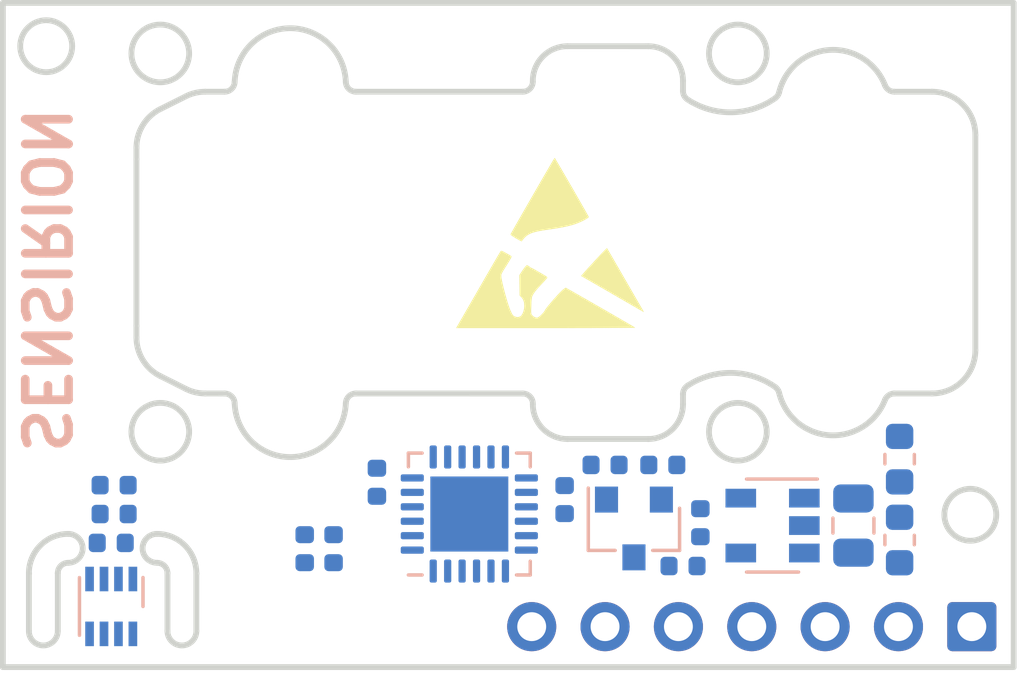
<source format=kicad_pcb>
(kicad_pcb (version 20201116) (generator pcbnew)
  (title_block (title "SCD30 3d Model") (date "2020-12-25") (rev "r1.0"))
  (layers (0 "F.Cu" signal) (1 "In1.Cu" power) (2 "In2.Cu" signal) (31 "B.Cu" signal) (34 "B.Paste" user) (35 "F.Paste" user) (36 "B.SilkS" user "B.Silkscreen") (37 "F.SilkS" user "F.Silkscreen") (38 "B.Mask" user) (39 "F.Mask" user) (44 "Edge.Cuts" user))
  (net 0 "")
  (footprint "Symbol:ESD-Logo_6.6x6mm_SilkScreen" (layer "F.Cu") (at 179 96.3)
    (fp_text reference "REF**" hide)
    (fp_text value "ESD-Logo_6.6x6mm_SilkScreen" hide)
    (fp_poly (pts (xy 0.164043 -2.914165) (xy 0.187065 -2.876755) (xy 0.222534 -2.817486) (xy 0.268996 -2.738882) (xy 0.324996 -2.643462) (xy 0.389081 -2.53375) (xy 0.459796 -2.412266) (xy 0.535687 -2.281532) (xy 0.615299 -2.14407) (xy 0.697178 -2.002402) (xy 0.77987 -1.859049) (xy 0.861921 -1.716533) (xy 0.941876 -1.577376) (xy 1.018281 -1.444099) (xy 1.089682 -1.319224) (xy 1.154624 -1.205273) (xy 1.211653 -1.104767) (xy 1.259315 -1.020228) (xy 1.296155 -0.954178) (xy 1.32072 -0.909138) (xy 1.331554 -0.88763) (xy 1.331951 -0.886286) (xy 1.318501 -0.868035) (xy 1.281114 -0.840118) (xy 1.224235 -0.805275) (xy 1.152312 -0.766246) (xy 1.077015 -0.729157) (xy 0.97456 -0.684183) (xy 0.866817 -0.643774) (xy 0.750073 -0.607031) (xy 0.620618 -0.573058) (xy 0.47474 -0.540956) (xy 0.308726 -0.509827) (xy 0.118866 -0.478773) (xy -0.077531 -0.449855) (xy -0.248166 -0.4242) (xy -0.391455 -0.398802) (xy -0.510992 -0.372398) (xy -0.61037 -0.343727) (xy -0.693182 -0.311527) (xy -0.763022 -0.274535) (xy -0.823482 -0.231488) (xy -0.878155 -0.181125) (xy -0.895786 -0.162417) (xy -0.934 -0.118861) (xy -0.962268 -0.083318) (xy -0.975382 -0.062417) (xy -0.975732 -0.060703) (xy -0.98032 -0.050194) (xy -0.996242 -0.050076) (xy -1.026734 -0.061746) (xy -1.075032 -0.086604) (xy -1.144373 -0.126048) (xy -1.192561 -0.154413) (xy -1.264417 -0.198753) (xy -1.320258 -0.236721) (xy -1.356333 -0.265584) (xy -1.368887 -0.282612) (xy -1.368879 -0.282736) (xy -1.361094 -0.298963) (xy -1.339108 -0.3396) (xy -1.304197 -0.402433) (xy -1.257637 -0.485248) (xy -1.200705 -0.585828) (xy -1.134677 -0.70196) (xy -1.060828 -0.831429) (xy -0.980436 -0.97202) (xy -0.894776 -1.121518) (xy -0.805124 -1.277708) (xy -0.712757 -1.438376) (xy -0.618951 -1.601307) (xy -0.524982 -1.764287) (xy -0.432126 -1.9251) (xy -0.34166 -2.081532) (xy -0.254859 -2.231367) (xy -0.173 -2.372392) (xy -0.097359 -2.502391) (xy -0.029213 -2.619151) (xy 0.030163 -2.720455) (xy 0.079493 -2.804089) (xy 0.1175 -2.867838) (xy 0.142907 -2.909489) (xy 0.15444 -2.926825) (xy 0.154923 -2.927195) (xy 0.164043 -2.914165)) (layer "F.SilkS") (width 0.01) (fill solid))
    (fp_poly (pts (xy -1.677906 0.291158) (xy -1.645381 0.303736) (xy -1.595807 0.328712) (xy -1.524626 0.367876) (xy -1.519084 0.370988) (xy -1.453526 0.408476) (xy -1.398202 0.441319) (xy -1.358545 0.466205) (xy -1.339988 0.47982) (xy -1.339469 0.480487) (xy -1.343952 0.49939) (xy -1.364514 0.541605) (xy -1.399817 0.604832) (xy -1.44852 0.686772) (xy -1.509282 0.785122) (xy -1.580764 0.897585) (xy -1.598555 0.925165) (xy -1.644907 1.001699) (xy -1.678658 1.067556) (xy -1.696847 1.116782) (xy -1.698714 1.126507) (xy -1.697885 1.169312) (xy -1.688606 1.237209) (xy -1.672032 1.325843) (xy -1.64932 1.430859) (xy -1.621627 1.547902) (xy -1.59011 1.672616) (xy -1.555925 1.800645) (xy -1.520229 1.927634) (xy -1.484179 2.049228) (xy -1.448932 2.161072) (xy -1.415644 2.25881) (xy -1.385472 2.338087) (xy -1.364439 2.385122) (xy -1.339663 2.435225) (xy -1.31627 2.483168) (xy -1.315003 2.485793) (xy -1.276301 2.53422) (xy -1.219816 2.566828) (xy -1.154061 2.582454) (xy -1.087549 2.579937) (xy -1.028795 2.558114) (xy -0.995742 2.529382) (xy -0.948141 2.450583) (xy -0.913261 2.352378) (xy -0.894123 2.244779) (xy -0.891412 2.18378) (xy -0.90233 2.069935) (xy -0.934376 1.97566) (xy -0.989274 1.896379) (xy -1.006393 1.878733) (xy -1.057339 1.829235) (xy -1.060837 1.479362) (xy -1.064336 1.129489) (xy -0.975182 0.994531) (xy -0.933346 0.933445) (xy -0.893055 0.878493) (xy -0.860057 0.837336) (xy -0.845874 0.822192) (xy -0.805719 0.78481) (xy -0.751335 0.814098) (xy -0.716961 0.835084) (xy -0.698154 0.851378) (xy -0.696951 0.854307) (xy -0.684097 0.866728) (xy -0.662104 0.875977) (xy -0.64085 0.884313) (xy -0.608306 0.900149) (xy -0.561678 0.925033) (xy -0.498171 0.960509) (xy -0.414992 1.008123) (xy -0.309347 1.069422) (xy -0.251938 1.102932) (xy -0.184406 1.143071) (xy -0.140115 1.171659) (xy -0.115145 1.192039) (xy -0.105577 1.207553) (xy -0.107492 1.221546) (xy -0.109089 1.224796) (xy -0.124624 1.245266) (xy -0.157864 1.283665) (xy -0.204938 1.335696) (xy -0.261972 1.397066) (xy -0.3113 1.44909) (xy -0.42497 1.572567) (xy -0.513895 1.679591) (xy -0.578866 1.77124) (xy -0.620679 1.848588) (xy -0.634783 1.887866) (xy -0.640608 1.922249) (xy -0.646625 1.980899) (xy -0.652304 2.057117) (xy -0.657116 2.144202) (xy -0.659381 2.199268) (xy -0.662541 2.294464) (xy -0.663931 2.364062) (xy -0.663142 2.413409) (xy -0.659765 2.447854) (xy -0.653392 2.472743) (xy -0.643613 2.493425) (xy -0.635933 2.506053) (xy -0.591579 2.554726) (xy -0.534426 2.588645) (xy -0.474292 2.603438) (xy -0.429227 2.598086) (xy -0.388424 2.57493) (xy -0.337276 2.533462) (xy -0.282958 2.480912) (xy -0.232643 2.424516) (xy -0.193506 2.371505) (xy -0.179095 2.345889) (xy -0.157509 2.310814) (xy -0.118247 2.257389) (xy -0.064898 2.189789) (xy -0.001048 2.11219) (xy 0.069715 2.028768) (xy 0.143804 1.943698) (xy 0.217632 1.861155) (xy 0.287611 1.785316) (xy 0.350155 1.720356) (xy 0.39926 1.672669) (xy 0.453779 1.625032) (xy 0.499642 1.589908) (xy 0.531811 1.570949) (xy 0.542489 1.568864) (xy 0.558853 1.577274) (xy 0.599671 1.599846) (xy 0.662586 1.635224) (xy 0.745244 1.682054) (xy 0.845289 1.738981) (xy 0.960366 1.804649) (xy 1.088119 1.877703) (xy 1.226194 1.956788) (xy 1.372234 2.040548) (xy 1.523884 2.127629) (xy 1.67879 2.216676) (xy 1.834595 2.306332) (xy 1.988944 2.395243) (xy 2.139482 2.482054) (xy 2.283854 2.565409) (xy 2.419704 2.643954) (xy 2.544677 2.716333) (xy 2.656417 2.78119) (xy 2.75257 2.837171) (xy 2.830779 2.88292) (xy 2.888689 2.917083) (xy 2.923946 2.938304) (xy 2.934165 2.944963) (xy 2.920402 2.94628) (xy 2.877104 2.947559) (xy 2.805714 2.948796) (xy 2.707673 2.949983) (xy 2.584422 2.951115) (xy 2.437403 2.952186) (xy 2.268057 2.953189) (xy 2.077826 2.954119) (xy 1.868151 2.954968) (xy 1.640473 2.955732) (xy 1.396235 2.956403) (xy 1.136877 2.956976) (xy 0.863841 2.957444) (xy 0.578568 2.957802) (xy 0.2825 2.958042) (xy -0.022921 2.958159) (xy -0.151076 2.958171) (xy -3.25103 2.958171) (xy -3.029947 2.574847) (xy -2.983144 2.49368) (xy -2.922898 2.389166) (xy -2.851222 2.264801) (xy -2.770131 2.124082) (xy -2.681638 1.970503) (xy -2.58776 1.807562) (xy -2.490509 1.638754) (xy -2.3919 1.467575) (xy -2.293947 1.297521) (xy -2.269175 1.254512) (xy -2.178848 1.097857) (xy -2.092711 0.948803) (xy -2.012058 0.809568) (xy -1.938184 0.682371) (xy -1.872383 0.569432) (xy -1.81595 0.472968) (xy -1.770179 0.3952) (xy -1.736365 0.338346) (xy -1.715802 0.304625) (xy -1.710047 0.29604) (xy -1.697942 0.289189) (xy -1.677906 0.291158)) (layer "F.SilkS") (width 0.01) (fill solid))
    (fp_poly (pts (xy 1.987528 0.234619) (xy 1.998908 0.253693) (xy 2.024488 0.297421) (xy 2.063002 0.363619) (xy 2.113186 0.450102) (xy 2.173775 0.554685) (xy 2.243503 0.675183) (xy 2.321107 0.809412) (xy 2.40532 0.955187) (xy 2.494879 1.110323) (xy 2.586998 1.27) (xy 2.681076 1.433117) (xy 2.771402 1.589709) (xy 2.856665 1.737506) (xy 2.935557 1.87424) (xy 3.006769 1.997642) (xy 3.068991 2.105444) (xy 3.120913 2.195377) (xy 3.161228 2.265173) (xy 3.188624 2.312564) (xy 3.201507 2.334786) (xy 3.222507 2.37233) (xy 3.233925 2.395831) (xy 3.234551 2.39992) (xy 3.220636 2.392242) (xy 3.181941 2.370203) (xy 3.120487 2.334971) (xy 3.038298 2.287711) (xy 2.937396 2.229589) (xy 2.819805 2.161771) (xy 2.687546 2.085424) (xy 2.542642 2.001714) (xy 2.387117 1.911806) (xy 2.222992 1.816867) (xy 2.160549 1.780732) (xy 1.993487 1.684083) (xy 1.834074 1.591938) (xy 1.684355 1.505475) (xy 1.546376 1.425871) (xy 1.422185 1.354305) (xy 1.313827 1.291955) (xy 1.223348 1.239998) (xy 1.152796 1.199613) (xy 1.104215 1.171978) (xy 1.079654 1.158272) (xy 1.077085 1.156974) (xy 1.084569 1.14522) (xy 1.110614 1.113795) (xy 1.152559 1.065594) (xy 1.207746 1.00351) (xy 1.273517 0.930439) (xy 1.347212 0.849276) (xy 1.426173 0.762916) (xy 1.50774 0.674253) (xy 1.589254 0.586182) (xy 1.668057 0.501599) (xy 1.74149 0.423397) (xy 1.806893 0.354472) (xy 1.861608 0.297719) (xy 1.902977 0.256032) (xy 1.917164 0.242363) (xy 1.96418 0.198201) (xy 1.987528 0.234619)) (layer "F.SilkS") (width 0.01) (fill solid))
  )
  (footprint "Connector_PinSocket_2.54mm:PinSocket_1x07_P2.54mm_Vertical" (layer "F.Cu") (at 193.6 109.6 -90)
    (fp_text reference "REF**" hide)
    (fp_text value "PinSocket_1x07_P2.54mm_Vertical" hide)
    (pad "1" thru_hole roundrect (at 0 0 270) (size 1.7 1.7) (drill 1) (layers *.Cu *.Mask) (roundrect_rratio 0.1))
    (pad "2" thru_hole oval (at 0 2.54 270) (size 1.7 1.7) (drill 1) (layers *.Cu *.Mask))
    (pad "3" thru_hole oval (at 0 5.08 270) (size 1.7 1.7) (drill 1) (layers *.Cu *.Mask))
    (pad "4" thru_hole oval (at 0 7.62 270) (size 1.7 1.7) (drill 1) (layers *.Cu *.Mask))
    (pad "5" thru_hole oval (at 0 10.16 270) (size 1.7 1.7) (drill 1) (layers *.Cu *.Mask))
    (pad "6" thru_hole oval (at 0 12.7 270) (size 1.7 1.7) (drill 1) (layers *.Cu *.Mask))
    (pad "7" thru_hole oval (at 0 15.24 270) (size 1.7 1.7) (drill 1) (layers *.Cu *.Mask))
  )
  (footprint "Resistor_SMD:R_0402_1005Metric" (layer "B.Cu") (at 170.5 106.9 -90)
    (fp_text reference "REF**" hide)
    (fp_text value "R_0402_1005Metric" hide)
    (pad "1" smd roundrect (at -0.485 0 270) (size 0.59 0.64) (layers "B.Cu" "B.Paste" "B.Mask"))
    (pad "2" smd roundrect (at 0.485 0 270) (size 0.59 0.64) (layers "B.Cu" "B.Paste" "B.Mask"))
  )
  (footprint "Capacitor_SMD:C_0402_1005Metric" (layer "B.Cu") (at 184.2 106 -90)
    (fp_text reference "REF**" hide)
    (fp_text value "C_0402_1005Metric" hide)
    (pad "1" smd roundrect (at -0.485 0 270) (size 0.59 0.64) (layers "B.Cu" "B.Paste" "B.Mask"))
    (pad "2" smd roundrect (at 0.485 0 270) (size 0.59 0.64) (layers "B.Cu" "B.Paste" "B.Mask"))
  )
  (footprint "Capacitor_SMD:C_0402_1005Metric" (layer "B.Cu") (at 163.8 106.7 180)
    (fp_text reference "REF**" hide)
    (fp_text value "C_0402_1005Metric" hide)
    (pad "1" smd roundrect (at -0.485 0 180) (size 0.59 0.64) (layers "B.Cu" "B.Paste" "B.Mask"))
    (pad "2" smd roundrect (at 0.485 0 180) (size 0.59 0.64) (layers "B.Cu" "B.Paste" "B.Mask"))
  )
  (footprint "Capacitor_SMD:C_0805_2012Metric" (layer "B.Cu") (at 189.5 106.1 -90)
    (fp_text reference "REF**" hide)
    (fp_text value "C_0805_2012Metric" hide)
    (fp_line (start -0.258578 -0.71) (end 0.258578 -0.71) (layer "B.SilkS") (width 0.12))
    (fp_line (start -0.258578 0.71) (end 0.258578 0.71) (layer "B.SilkS") (width 0.12))
    (pad "1" smd roundrect (at -0.9375 0 270) (size 0.975 1.4) (layers "B.Cu" "B.Paste" "B.Mask"))
    (pad "2" smd roundrect (at 0.9375 0 270) (size 0.975 1.4) (layers "B.Cu" "B.Paste" "B.Mask"))
  )
  (footprint "Capacitor_SMD:C_0402_1005Metric" (layer "B.Cu") (at 179.5 105.2 -90)
    (fp_text reference "REF**" hide)
    (fp_text value "C_0402_1005Metric" hide)
    (pad "1" smd roundrect (at -0.485 0 270) (size 0.59 0.64) (layers "B.Cu" "B.Paste" "B.Mask"))
    (pad "2" smd roundrect (at 0.485 0 270) (size 0.59 0.64) (layers "B.Cu" "B.Paste" "B.Mask"))
  )
  (footprint "Capacitor_SMD:C_0402_1005Metric" (layer "B.Cu") (at 163.9 105.7 180)
    (fp_text reference "REF**" hide)
    (fp_text value "C_0402_1005Metric" hide)
    (pad "1" smd roundrect (at -0.485 0 180) (size 0.59 0.64) (layers "B.Cu" "B.Paste" "B.Mask"))
    (pad "2" smd roundrect (at 0.485 0 180) (size 0.59 0.64) (layers "B.Cu" "B.Paste" "B.Mask"))
  )
  (footprint "Package_DFN_QFN:QFN-24-1EP_4x4mm_P0.5mm_EP2.7x2.6mm" (layer "B.Cu") (at 176.2 105.7)
    (fp_text reference "REF**" hide)
    (fp_text value "QFN-24-1EP_4x4mm_P0.5mm_EP2.7x2.6mm" hide)
    (fp_line (start 2.11 2.11) (end 2.11 1.635) (layer "B.SilkS") (width 0.12))
    (fp_line (start -1.635 -2.11) (end -2.11 -2.11) (layer "B.SilkS") (width 0.12))
    (fp_line (start 1.635 -2.11) (end 2.11 -2.11) (layer "B.SilkS") (width 0.12))
    (fp_line (start -2.11 -2.11) (end -2.11 -1.635) (layer "B.SilkS") (width 0.12))
    (fp_line (start -1.635 2.11) (end -2.11 2.11) (layer "B.SilkS") (width 0.12))
    (fp_line (start 1.635 2.11) (end 2.11 2.11) (layer "B.SilkS") (width 0.12))
    (fp_line (start 2.11 -2.11) (end 2.11 -1.635) (layer "B.SilkS") (width 0.12))
    (pad "1" smd roundrect (at -1.975 1.25) (size 0.8 0.25) (layers "B.Cu" "B.Paste" "B.Mask"))
    (pad "2" smd roundrect (at -1.975 0.75) (size 0.8 0.25) (layers "B.Cu" "B.Paste" "B.Mask"))
    (pad "3" smd roundrect (at -1.975 0.25) (size 0.8 0.25) (layers "B.Cu" "B.Paste" "B.Mask"))
    (pad "4" smd roundrect (at -1.975 -0.25) (size 0.8 0.25) (layers "B.Cu" "B.Paste" "B.Mask"))
    (pad "5" smd roundrect (at -1.975 -0.75) (size 0.8 0.25) (layers "B.Cu" "B.Paste" "B.Mask"))
    (pad "6" smd roundrect (at -1.975 -1.25) (size 0.8 0.25) (layers "B.Cu" "B.Paste" "B.Mask"))
    (pad "7" smd roundrect (at -1.25 -1.975) (size 0.25 0.8) (layers "B.Cu" "B.Paste" "B.Mask"))
    (pad "8" smd roundrect (at -0.75 -1.975) (size 0.25 0.8) (layers "B.Cu" "B.Paste" "B.Mask"))
    (pad "9" smd roundrect (at -0.25 -1.975) (size 0.25 0.8) (layers "B.Cu" "B.Paste" "B.Mask"))
    (pad "10" smd roundrect (at 0.25 -1.975) (size 0.25 0.8) (layers "B.Cu" "B.Paste" "B.Mask"))
    (pad "11" smd roundrect (at 0.75 -1.975) (size 0.25 0.8) (layers "B.Cu" "B.Paste" "B.Mask"))
    (pad "12" smd roundrect (at 1.25 -1.975) (size 0.25 0.8) (layers "B.Cu" "B.Paste" "B.Mask"))
    (pad "13" smd roundrect (at 1.975 -1.25) (size 0.8 0.25) (layers "B.Cu" "B.Paste" "B.Mask"))
    (pad "14" smd roundrect (at 1.975 -0.75) (size 0.8 0.25) (layers "B.Cu" "B.Paste" "B.Mask"))
    (pad "15" smd roundrect (at 1.975 -0.25) (size 0.8 0.25) (layers "B.Cu" "B.Paste" "B.Mask"))
    (pad "16" smd roundrect (at 1.975 0.25) (size 0.8 0.25) (layers "B.Cu" "B.Paste" "B.Mask"))
    (pad "17" smd roundrect (at 1.975 0.75) (size 0.8 0.25) (layers "B.Cu" "B.Paste" "B.Mask"))
    (pad "18" smd roundrect (at 1.975 1.25) (size 0.8 0.25) (layers "B.Cu" "B.Paste" "B.Mask"))
    (pad "19" smd roundrect (at 1.25 1.975) (size 0.25 0.8) (layers "B.Cu" "B.Paste" "B.Mask"))
    (pad "20" smd roundrect (at 0.75 1.975) (size 0.25 0.8) (layers "B.Cu" "B.Paste" "B.Mask"))
    (pad "21" smd roundrect (at 0.25 1.975) (size 0.25 0.8) (layers "B.Cu" "B.Paste" "B.Mask"))
    (pad "22" smd roundrect (at -0.25 1.975) (size 0.25 0.8) (layers "B.Cu" "B.Paste" "B.Mask"))
    (pad "23" smd roundrect (at -0.75 1.975) (size 0.25 0.8) (layers "B.Cu" "B.Paste" "B.Mask"))
    (pad "24" smd roundrect (at -1.25 1.975) (size 0.25 0.8) (layers "B.Cu" "B.Paste" "B.Mask"))
    (pad "25" smd rect (at 0 0) (size 2.7 2.6) (layers "B.Cu" "B.Mask"))
  )
  (footprint "Package_DFN_QFN:DFN-8_2x2mm_P0.5mm" (layer "B.Cu") (at 163.8 108.9 90)
    (fp_text reference "REF**" hide)
    (fp_text value "DFN-8_2x2mm_P0.5mm" hide)
    (fp_line (start -1 -1.1) (end 1 -1.1) (layer "B.SilkS") (width 0.12))
    (fp_line (start 0 1.1) (end 1 1.1) (layer "B.SilkS") (width 0.12))
    (pad "1" smd rect (at -0.95 0.75 90) (size 0.85 0.3) (layers "B.Cu" "B.Paste" "B.Mask"))
    (pad "2" smd rect (at -0.95 0.25 90) (size 0.85 0.3) (layers "B.Cu" "B.Paste" "B.Mask"))
    (pad "3" smd rect (at -0.95 -0.25 90) (size 0.85 0.3) (layers "B.Cu" "B.Paste" "B.Mask"))
    (pad "4" smd rect (at -0.95 -0.75 90) (size 0.85 0.3) (layers "B.Cu" "B.Paste" "B.Mask"))
    (pad "5" smd rect (at 0.95 -0.75 90) (size 0.85 0.3) (layers "B.Cu" "B.Paste" "B.Mask"))
    (pad "6" smd rect (at 0.95 -0.25 90) (size 0.85 0.3) (layers "B.Cu" "B.Paste" "B.Mask"))
    (pad "7" smd rect (at 0.95 0.25 90) (size 0.85 0.3) (layers "B.Cu" "B.Paste" "B.Mask"))
    (pad "8" smd rect (at 0.95 0.75 90) (size 0.85 0.3) (layers "B.Cu" "B.Paste" "B.Mask"))
  )
  (footprint "Resistor_SMD:R_0402_1005Metric" (layer "B.Cu") (at 182.9 104 180)
    (fp_text reference "REF**" hide)
    (fp_text value "R_0402_1005Metric" hide)
    (pad "1" smd roundrect (at -0.485 0 180) (size 0.59 0.64) (layers "B.Cu" "B.Paste" "B.Mask"))
    (pad "2" smd roundrect (at 0.485 0 180) (size 0.59 0.64) (layers "B.Cu" "B.Paste" "B.Mask"))
  )
  (footprint "Capacitor_SMD:C_0603_1608Metric" (layer "B.Cu") (at 191.1 103.8 -90)
    (fp_text reference "REF**" hide)
    (fp_text value "C_0603_1608Metric" hide)
    (fp_line (start -0.162779 0.51) (end 0.162779 0.51) (layer "B.SilkS") (width 0.12))
    (fp_line (start -0.162779 -0.51) (end 0.162779 -0.51) (layer "B.SilkS") (width 0.12))
    (pad "1" smd roundrect (at -0.7875 0 270) (size 0.875 0.95) (layers "B.Cu" "B.Paste" "B.Mask"))
    (pad "2" smd roundrect (at 0.7875 0 270) (size 0.875 0.95) (layers "B.Cu" "B.Paste" "B.Mask"))
  )
  (footprint "Resistor_SMD:R_0402_1005Metric" (layer "B.Cu") (at 180.9 104 180)
    (fp_text reference "REF**" hide)
    (fp_text value "R_0402_1005Metric" hide)
    (pad "1" smd roundrect (at -0.485 0 180) (size 0.59 0.64) (layers "B.Cu" "B.Paste" "B.Mask"))
    (pad "2" smd roundrect (at 0.485 0 180) (size 0.59 0.64) (layers "B.Cu" "B.Paste" "B.Mask"))
  )
  (footprint "Capacitor_SMD:C_0402_1005Metric" (layer "B.Cu") (at 163.9 104.7 180)
    (fp_text reference "REF**" hide)
    (fp_text value "C_0402_1005Metric" hide)
    (pad "1" smd roundrect (at -0.485 0 180) (size 0.59 0.64) (layers "B.Cu" "B.Paste" "B.Mask"))
    (pad "2" smd roundrect (at 0.485 0 180) (size 0.59 0.64) (layers "B.Cu" "B.Paste" "B.Mask"))
  )
  (footprint "Capacitor_SMD:C_0402_1005Metric" (layer "B.Cu") (at 173 104.6 -90)
    (fp_text reference "REF**" hide)
    (fp_text value "C_0402_1005Metric" hide)
    (pad "1" smd roundrect (at -0.485 0 270) (size 0.59 0.64) (layers "B.Cu" "B.Paste" "B.Mask"))
    (pad "2" smd roundrect (at 0.485 0 270) (size 0.59 0.64) (layers "B.Cu" "B.Paste" "B.Mask"))
  )
  (footprint "Capacitor_SMD:C_0402_1005Metric" (layer "B.Cu") (at 171.5 106.9 -90)
    (fp_text reference "REF**" hide)
    (fp_text value "C_0402_1005Metric" hide)
    (pad "1" smd roundrect (at -0.485 0 270) (size 0.59 0.64) (layers "B.Cu" "B.Paste" "B.Mask"))
    (pad "2" smd roundrect (at 0.485 0 270) (size 0.59 0.64) (layers "B.Cu" "B.Paste" "B.Mask"))
  )
  (footprint "Capacitor_SMD:C_0603_1608Metric" (layer "B.Cu") (at 191.1 106.6 -90)
    (fp_text reference "REF**" hide)
    (fp_text value "C_0603_1608Metric" hide)
    (fp_line (start -0.162779 0.51) (end 0.162779 0.51) (layer "B.SilkS") (width 0.12))
    (fp_line (start -0.162779 -0.51) (end 0.162779 -0.51) (layer "B.SilkS") (width 0.12))
    (pad "1" smd roundrect (at -0.7875 0 270) (size 0.875 0.95) (layers "B.Cu" "B.Paste" "B.Mask"))
    (pad "2" smd roundrect (at 0.7875 0 270) (size 0.875 0.95) (layers "B.Cu" "B.Paste" "B.Mask"))
  )
  (footprint "Resistor_SMD:R_0402_1005Metric" (layer "B.Cu") (at 183.6 107.5)
    (fp_text reference "REF**" hide)
    (fp_text value "R_0402_1005Metric" hide)
    (pad "1" smd roundrect (at -0.485 0) (size 0.59 0.64) (layers "B.Cu" "B.Paste" "B.Mask"))
    (pad "2" smd roundrect (at 0.485 0) (size 0.59 0.64) (layers "B.Cu" "B.Paste" "B.Mask"))
  )
  (footprint "Package_TO_SOT_SMD:SOT-23" (layer "B.Cu") (at 181.9 106.2 -90)
    (fp_text reference "REF**" hide)
    (fp_text value "SOT-23" hide)
    (fp_line (start 0.76 1.58) (end 0.76 0.65) (layer "B.SilkS") (width 0.12))
    (fp_line (start 0.76 -1.58) (end -0.7 -1.58) (layer "B.SilkS") (width 0.12))
    (fp_line (start 0.76 1.58) (end -1.4 1.58) (layer "B.SilkS") (width 0.12))
    (fp_line (start 0.76 -1.58) (end 0.76 -0.65) (layer "B.SilkS") (width 0.12))
    (pad "1" smd rect (at -1 0.95 270) (size 0.9 0.8) (layers "B.Cu" "B.Paste" "B.Mask"))
    (pad "2" smd rect (at -1 -0.95 270) (size 0.9 0.8) (layers "B.Cu" "B.Paste" "B.Mask"))
    (pad "3" smd rect (at 1 0 270) (size 0.9 0.8) (layers "B.Cu" "B.Paste" "B.Mask"))
  )
  (footprint "Package_TO_SOT_SMD:SOT-23-5" (layer "B.Cu") (at 186.7 106.1 180)
    (fp_text reference "REF**" hide)
    (fp_text value "SOT-23-5" hide)
    (fp_line (start -0.9 -1.61) (end 0.9 -1.61) (layer "B.SilkS") (width 0.12))
    (fp_line (start 0.9 1.61) (end -1.55 1.61) (layer "B.SilkS") (width 0.12))
    (pad "1" smd rect (at -1.1 0.95 180) (size 1.06 0.65) (layers "B.Cu" "B.Paste" "B.Mask"))
    (pad "2" smd rect (at -1.1 0 180) (size 1.06 0.65) (layers "B.Cu" "B.Paste" "B.Mask"))
    (pad "3" smd rect (at -1.1 -0.95 180) (size 1.06 0.65) (layers "B.Cu" "B.Paste" "B.Mask"))
    (pad "4" smd rect (at 1.1 -0.95 180) (size 1.06 0.65) (layers "B.Cu" "B.Paste" "B.Mask"))
    (pad "5" smd rect (at 1.1 0.95 180) (size 1.06 0.65) (layers "B.Cu" "B.Paste" "B.Mask"))
  )
  (gr_arc (start 165.385891 106.888108) (end 165.385391 106.387609) (angle -179.8856374) (layer "Edge.Cuts") (width 0.2))
  (gr_line (start 165.747391 107.750609) (end 165.747391 109.750609) (layer "Edge.Cuts") (width 0.2))
  (gr_arc (start 172.272384 90.72644) (end 171.922392 90.73761) (angle -88.17324242) (layer "Edge.Cuts") (width 0.2))
  (gr_line (start 190.91839 101.525609) (end 192.22339 101.525609) (layer "Edge.Cuts") (width 0.2))
  (gr_arc (start 166.247891 109.750089) (end 165.747391 109.750609) (angle -179.880944) (layer "Edge.Cuts") (width 0.2))
  (gr_arc (start 179.598677 90.701166) (end 179.598391 89.50061) (angle -91.20072957) (layer "Edge.Cuts") (width 0.2))
  (gr_line (start 167.724392 91.07661) (end 167.056391 91.07661) (layer "Edge.Cuts") (width 0.2))
  (gr_arc (start 192.22455 92.575451) (end 193.72339 92.57561) (angle -90.05041131) (layer "Edge.Cuts") (width 0.2))
  (gr_line (start 160.048392 111.000609) (end 160.048392 88.00061) (layer "Edge.Cuts") (width 0.2))
  (gr_arc (start 179.598487 101.901514) (end 178.398392 101.901609) (angle -89.99084476) (layer "Edge.Cuts") (width 0.2))
  (gr_arc (start 169.998391 101.801576) (end 168.074391 101.86461) (angle -176.2471305) (layer "Edge.Cuts") (width 0.2))
  (gr_arc (start 190.921438 101.879267) (end 190.91839 101.525609) (angle -67.99977433) (layer "Edge.Cuts") (width 0.2))
  (gr_arc (start 162.309565 107.748926) (end 162.311392 107.38861) (angle -88.6500269) (layer "Edge.Cuts") (width 0.2))
  (gr_arc (start 167.724398 90.72644) (end 167.724392 91.07661) (angle -88.17293035) (layer "Edge.Cuts") (width 0.2))
  (gr_line (start 164.673392 99.18561) (end 164.673392 99.584609) (layer "Edge.Cuts") (width 0.2))
  (gr_arc (start 178.048435 90.726653) (end 178.048392 91.07661) (angle -90.01410042) (layer "Edge.Cuts") (width 0.2))
  (gr_arc (start 167.05745 92.58492) (end 167.056391 91.07661) (angle -26.41961776) (layer "Edge.Cuts") (width 0.2))
  (gr_line (start 183.598391 91.052611) (end 183.598391 90.700611) (layer "Edge.Cuts") (width 0.2))
  (gr_arc (start 167.05745 100.017299) (end 166.385391 101.367609) (angle -26.41961776) (layer "Edge.Cuts") (width 0.2))
  (gr_arc (start 186.582866 101.588589) (end 186.92739 101.504609) (angle -40.88032836) (layer "Edge.Cuts") (width 0.2))
  (gr_arc (start 186.582867 91.013631) (end 186.78839 91.302611) (angle -40.88041641) (layer "Edge.Cuts") (width 0.2))
  (gr_circle (center 185.498377 102.85061) (end 186.498377 102.85061) (layer "Edge.Cuts") (width 0.2) (fill none))
  (gr_arc (start 188.798435 101.050511) (end 186.92739 101.504609) (angle -145.06751) (layer "Edge.Cuts") (width 0.2))
  (gr_arc (start 161.448893 109.75011) (end 160.948393 109.750609) (angle -179.8855858) (layer "Edge.Cuts") (width 0.2))
  (gr_circle (center 161.548392 89.50061) (end 162.448391 89.50061) (layer "Edge.Cuts") (width 0.2) (fill none))
  (gr_circle (center 185.498377 89.75061) (end 186.498377 89.75061) (layer "Edge.Cuts") (width 0.2) (fill none))
  (gr_arc (start 178.049496 101.876413) (end 178.398392 101.901609) (angle -94.3114931) (layer "Edge.Cuts") (width 0.2))
  (gr_arc (start 165.387254 107.748886) (end 165.747391 107.73861) (angle -88.66170544) (layer "Edge.Cuts") (width 0.2))
  (gr_line (start 192.22339 91.07661) (end 190.91839 91.07661) (layer "Edge.Cuts") (width 0.2))
  (gr_line (start 183.59839 101.90161) (end 183.59839 101.54961) (layer "Edge.Cuts") (width 0.2))
  (gr_line (start 195.048391 88.00061) (end 195.048391 111.000609) (layer "Edge.Cuts") (width 0.2))
  (gr_line (start 161.949392 107.750609) (end 161.949392 107.73861) (layer "Edge.Cuts") (width 0.2))
  (gr_arc (start 167.726141 101.87501) (end 168.074391 101.86461) (angle -88.57704846) (layer "Edge.Cuts") (width 0.2))
  (gr_arc (start 185.240947 89.089047) (end 183.75539 91.344611) (angle -68.32603285) (layer "Edge.Cuts") (width 0.2))
  (gr_arc (start 169.998391 90.801678) (end 171.922392 90.73761) (angle -176.1856355) (layer "Edge.Cuts") (width 0.2))
  (gr_arc (start 190.921437 90.722953) (end 190.592391 90.85261) (angle -67.99998269) (layer "Edge.Cuts") (width 0.2))
  (gr_arc (start 185.240946 103.51315) (end 186.78839 101.299609) (angle -68.32656298) (layer "Edge.Cuts") (width 0.2))
  (gr_line (start 160.948393 107.769609) (end 160.948393 109.750609) (layer "Edge.Cuts") (width 0.2))
  (gr_arc (start 172.272384 101.87578) (end 172.272392 101.525609) (angle -88.17336863) (layer "Edge.Cuts") (width 0.2))
  (gr_arc (start 192.224551 100.02677) (end 192.22339 101.525609) (angle -90.05052659) (layer "Edge.Cuts") (width 0.2))
  (gr_line (start 182.398391 89.501611) (end 179.598391 89.50061) (layer "Edge.Cuts") (width 0.2))
  (gr_line (start 172.272392 101.525609) (end 178.048392 101.526609) (layer "Edge.Cuts") (width 0.2))
  (gr_line (start 166.748392 107.769609) (end 166.748392 107.750609) (layer "Edge.Cuts") (width 0.2))
  (gr_arc (start 166.173417 93.018178) (end 165.502392 91.676611) (angle -63.40503795) (layer "Edge.Cuts") (width 0.2))
  (gr_line (start 164.673392 93.017611) (end 164.673392 93.41661) (layer "Edge.Cuts") (width 0.2))
  (gr_arc (start 183.949317 101.550085) (end 183.75539 101.257609) (angle -56.3759251) (layer "Edge.Cuts") (width 0.2))
  (gr_line (start 167.056391 101.525609) (end 167.724392 101.526609) (layer "Edge.Cuts") (width 0.2))
  (gr_line (start 160.948393 107.750609) (end 160.948393 107.769609) (layer "Edge.Cuts") (width 0.2))
  (gr_line (start 165.502392 100.92561) (end 166.385391 101.367609) (layer "Edge.Cuts") (width 0.2))
  (gr_circle (center 165.49838 89.750609) (end 166.49838 89.750609) (layer "Edge.Cuts") (width 0.2) (fill none))
  (gr_arc (start 162.310891 106.888109) (end 162.311392 107.38861) (angle -179.8853676) (layer "Edge.Cuts") (width 0.2))
  (gr_line (start 164.673392 93.41661) (end 164.673392 99.18561) (layer "Edge.Cuts") (width 0.2))
  (gr_arc (start 162.310662 107.749878) (end 162.311392 106.387609) (angle -90.06148316) (layer "Edge.Cuts") (width 0.2))
  (gr_line (start 160.048392 88.00061) (end 195.048391 88.00061) (layer "Edge.Cuts") (width 0.2))
  (gr_circle (center 193.548391 105.725608) (end 194.448389 105.725608) (layer "Edge.Cuts") (width 0.2) (fill none))
  (gr_line (start 166.385391 91.23461) (end 165.502392 91.676611) (layer "Edge.Cuts") (width 0.2))
  (gr_line (start 166.748392 109.750609) (end 166.748392 107.769609) (layer "Edge.Cuts") (width 0.2))
  (gr_line (start 193.72339 100.026609) (end 193.72339 92.57561) (layer "Edge.Cuts") (width 0.2))
  (gr_arc (start 182.4 90.7) (end 183.598391 90.700611) (angle -90.10612257) (layer "Edge.Cuts") (width 0.2))
  (gr_arc (start 182.398295 101.901514) (end 182.398391 103.101609) (angle -89.99084476) (layer "Edge.Cuts") (width 0.2))
  (gr_line (start 178.048392 91.07661) (end 172.272392 91.07661) (layer "Edge.Cuts") (width 0.2))
  (gr_line (start 165.747391 107.73861) (end 165.747391 107.750609) (layer "Edge.Cuts") (width 0.2))
  (gr_arc (start 188.798435 91.551709) (end 190.592391 90.85261) (angle -145.0675004) (layer "Edge.Cuts") (width 0.2))
  (gr_arc (start 183.949316 91.052136) (end 183.598391 91.052611) (angle -56.37611133) (layer "Edge.Cuts") (width 0.2))
  (gr_line (start 179.598391 103.101609) (end 182.398391 103.101609) (layer "Edge.Cuts") (width 0.2))
  (gr_circle (center 165.498379 102.85061) (end 166.49838 102.85061) (layer "Edge.Cuts") (width 0.2) (fill none))
  (gr_line (start 195.048391 111.000609) (end 160.048392 111.000609) (layer "Edge.Cuts") (width 0.2))
  (gr_line (start 161.949392 109.750609) (end 161.949392 107.750609) (layer "Edge.Cuts") (width 0.2))
  (gr_arc (start 165.38612 107.74988) (end 166.748392 107.750609) (angle -90.06132202) (layer "Edge.Cuts") (width 0.2))
  (gr_arc (start 166.173419 99.584042) (end 164.673392 99.584609) (angle -63.40498874) (layer "Edge.Cuts") (width 0.2))
  (gr_text "SENSIRION" (at 161.5 97.6 270) (layer "B.SilkS") (effects (font (size 1.5 1.5) (thickness 0.3)) (justify mirror)))
)
</source>
